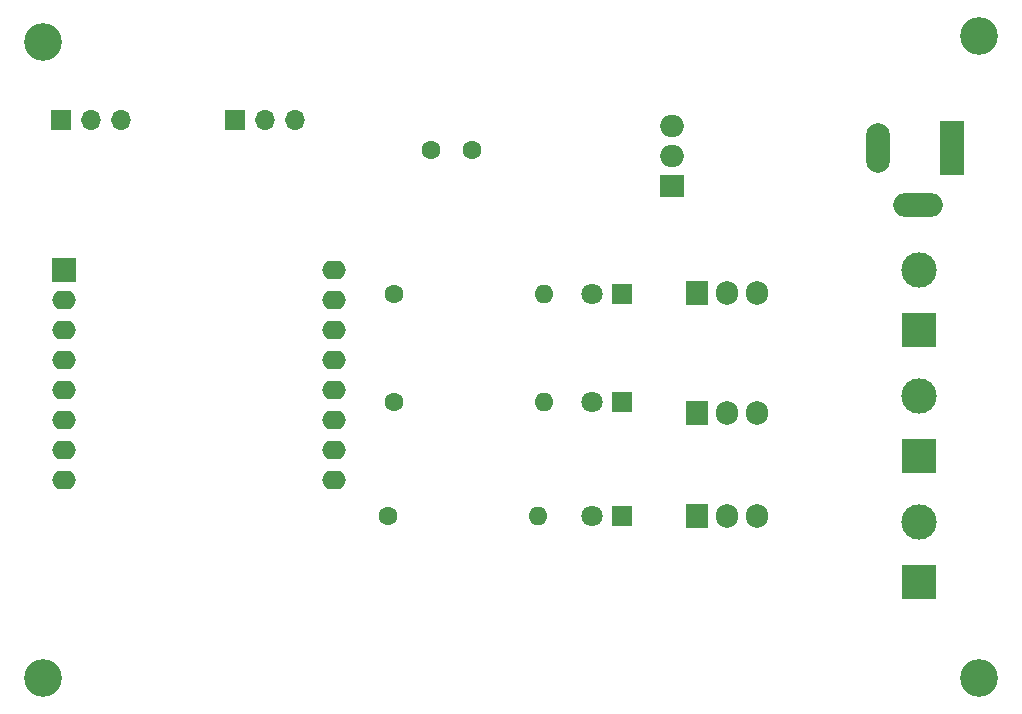
<source format=gbr>
%TF.GenerationSoftware,KiCad,Pcbnew,(6.0.5)*%
%TF.CreationDate,2022-06-22T13:59:23+07:00*%
%TF.ProjectId,timer,74696d65-722e-46b6-9963-61645f706362,rev?*%
%TF.SameCoordinates,Original*%
%TF.FileFunction,Soldermask,Top*%
%TF.FilePolarity,Negative*%
%FSLAX46Y46*%
G04 Gerber Fmt 4.6, Leading zero omitted, Abs format (unit mm)*
G04 Created by KiCad (PCBNEW (6.0.5)) date 2022-06-22 13:59:23*
%MOMM*%
%LPD*%
G01*
G04 APERTURE LIST*
%ADD10C,3.200000*%
%ADD11R,1.700000X1.700000*%
%ADD12O,1.700000X1.700000*%
%ADD13C,1.600000*%
%ADD14O,1.600000X1.600000*%
%ADD15R,3.000000X3.000000*%
%ADD16C,3.000000*%
%ADD17O,2.000000X1.600000*%
%ADD18R,2.000000X2.000000*%
%ADD19R,1.800000X1.800000*%
%ADD20C,1.800000*%
%ADD21R,2.000000X4.600000*%
%ADD22O,2.000000X4.200000*%
%ADD23O,4.200000X2.000000*%
%ADD24R,2.000000X1.905000*%
%ADD25O,2.000000X1.905000*%
%ADD26R,1.905000X2.000000*%
%ADD27O,1.905000X2.000000*%
G04 APERTURE END LIST*
D10*
%TO.C,REF\u002A\u002A*%
X54356000Y-68072000D03*
%TD*%
%TO.C,REF\u002A\u002A*%
X54356000Y-121920000D03*
%TD*%
%TO.C,REF\u002A\u002A*%
X133604000Y-121920000D03*
%TD*%
%TO.C,REF\u002A\u002A*%
X133604000Y-67564000D03*
%TD*%
D11*
%TO.C,J1*%
X55895000Y-74676000D03*
D12*
X58435000Y-74676000D03*
X60975000Y-74676000D03*
%TD*%
D13*
%TO.C,R3*%
X83566000Y-108204000D03*
D14*
X96266000Y-108204000D03*
%TD*%
D13*
%TO.C,R2*%
X84074000Y-89408000D03*
D14*
X96774000Y-89408000D03*
%TD*%
D15*
%TO.C,YELLOW*%
X128524000Y-113792000D03*
D16*
X128524000Y-108712000D03*
%TD*%
D17*
%TO.C,U2*%
X78971000Y-87376000D03*
X78971000Y-89916000D03*
X78971000Y-92456000D03*
X78971000Y-94996000D03*
X78971000Y-97536000D03*
X78971000Y-100076000D03*
X78971000Y-102616000D03*
X78971000Y-105156000D03*
X56111000Y-105156000D03*
X56111000Y-102616000D03*
X56111000Y-100076000D03*
X56111000Y-97536000D03*
X56111000Y-94996000D03*
X56111000Y-92456000D03*
X56111000Y-89916000D03*
D18*
X56111000Y-87376000D03*
%TD*%
D19*
%TO.C,D1*%
X103383000Y-98552000D03*
D20*
X100843000Y-98552000D03*
%TD*%
D13*
%TO.C,C2*%
X90650000Y-77216000D03*
X87150000Y-77216000D03*
%TD*%
D19*
%TO.C,D2*%
X103383000Y-89408000D03*
D20*
X100843000Y-89408000D03*
%TD*%
D15*
%TO.C,RED*%
X128524000Y-103124000D03*
D16*
X128524000Y-98044000D03*
%TD*%
D15*
%TO.C,GREEN*%
X128524000Y-92456000D03*
D16*
X128524000Y-87376000D03*
%TD*%
D21*
%TO.C,Input1*%
X131318000Y-77074000D03*
D22*
X125018000Y-77074000D03*
D23*
X128418000Y-81874000D03*
%TD*%
D11*
%TO.C,J2*%
X70627000Y-74676000D03*
D12*
X73167000Y-74676000D03*
X75707000Y-74676000D03*
%TD*%
D24*
%TO.C,U1*%
X107625000Y-80264000D03*
D25*
X107625000Y-77724000D03*
X107625000Y-75184000D03*
%TD*%
D26*
%TO.C,Q2*%
X109728000Y-89337000D03*
D27*
X112268000Y-89337000D03*
X114808000Y-89337000D03*
%TD*%
D13*
%TO.C,R1*%
X84074000Y-98552000D03*
D14*
X96774000Y-98552000D03*
%TD*%
D26*
%TO.C,Q3*%
X109728000Y-108204000D03*
D27*
X112268000Y-108204000D03*
X114808000Y-108204000D03*
%TD*%
D19*
%TO.C,D3*%
X103383000Y-108204000D03*
D20*
X100843000Y-108204000D03*
%TD*%
D26*
%TO.C,Q1*%
X109728000Y-99497000D03*
D27*
X112268000Y-99497000D03*
X114808000Y-99497000D03*
%TD*%
M02*

</source>
